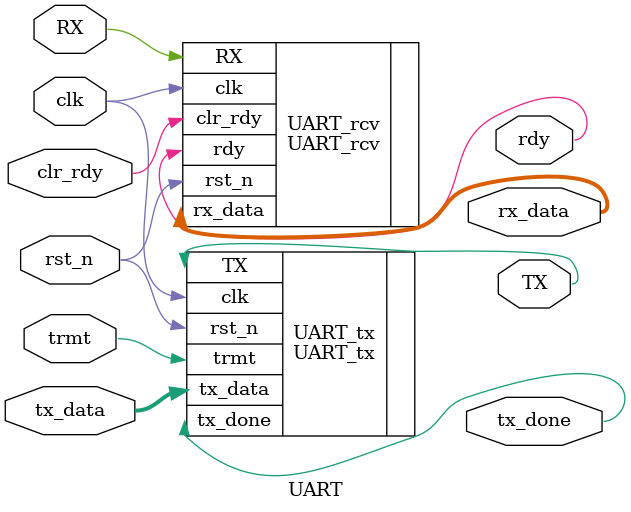
<source format=sv>
module UART(clk, rst_n, tx_data, trmt, TX, tx_done, RX, clr_rdy, rx_data, rdy);

input clk, rst_n, trmt, RX, clr_rdy;
input reg [7:0] tx_data;
output reg TX, tx_done, rdy;
output reg [7:0] rx_data;

UART_tx UART_tx(.clk(clk), .rst_n(rst_n), .tx_data(tx_data), 
								.trmt(trmt), .TX(TX), .tx_done(tx_done));

UART_rcv UART_rcv(.clk(clk), .rst_n(rst_n), .RX(RX), 
								.clr_rdy(clr_rdy), .rx_data(rx_data), .rdy(rdy));

endmodule

</source>
